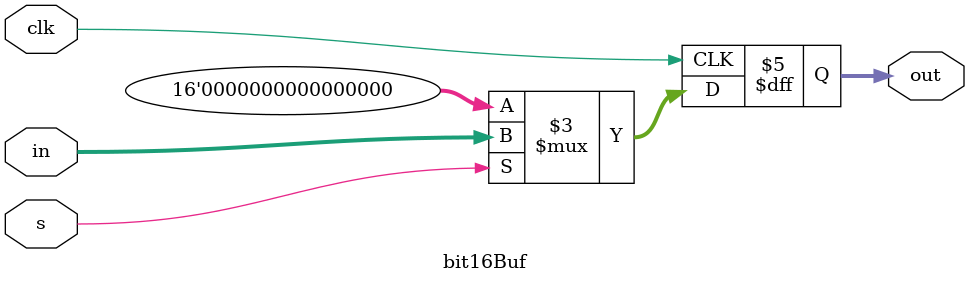
<source format=v>


module outputX(
	input clk,
	input rst,
	
	input inter,
	
	input[1:0] reg1,
	
	input[15:0] sreg1,
	input[15:0] sreg2,
	input[15:0] sreg3,
	input[15:0] sreg4,
	
	input outA,
	input outB,
	
	input s,
	
	output[15:0] out1,
	output[15:0] out2
);
reg[15:0] n_out1a;
reg[15:0] n_out1b;
reg[15:0] n_out2;

reg[15:0] s_out1a;
reg[15:0] s_out1b;
reg[15:0] s_out2;

always@(posedge clk or posedge rst)begin
	if(rst)begin
		s_out1a <= 0;

	end else
	begin
		s_out1a <= n_out1a;
	end
end


always@(posedge clk or posedge rst)begin
	if(rst)begin
		s_out1b <= 0;

	end else
	begin
		s_out1b <= n_out1b;
	end
end

always@(posedge clk or posedge rst)begin
	if(rst)begin
		s_out2 <= 0;
	end else
	begin
		s_out2 <= n_out2;
	end
end

always@(*)begin
	n_out2 = 0;
	
	if(s & outB) begin
			case(reg1)
				0: n_out2 = sreg1;
				1: n_out2 = sreg2;
				2: n_out2 = sreg3;
				3: n_out2 = sreg4;
			endcase
		
	
	end
end

always@(*)begin
	n_out1a = s_out1a;
	n_out1b = s_out1b;
	
	if(s & outA) begin
			case(reg1)
				0: n_out1a = sreg1;
				1: n_out1a = sreg2;
				2: n_out1a = sreg3;
				3: n_out1a = sreg4;
			endcase
	end
end

reg ns;

always@(posedge clk)
	ns <= s;

bit16Buf buf1(
	.clk(clk),
	.s(ns),
	.in(s_out1a),
	.out(out1)
);


bit16Buf buf2(
	.clk(clk),
	.s(ns),
	.in(s_out2),
	.out(out2)
);

endmodule

module bit16Buf(
	input clk,
	
	input s,
	
	input[15:0] in,
	output reg[15:0] out
);

always@(posedge clk)
	if(s) out <= in;
	else out <= 0;
endmodule

</source>
